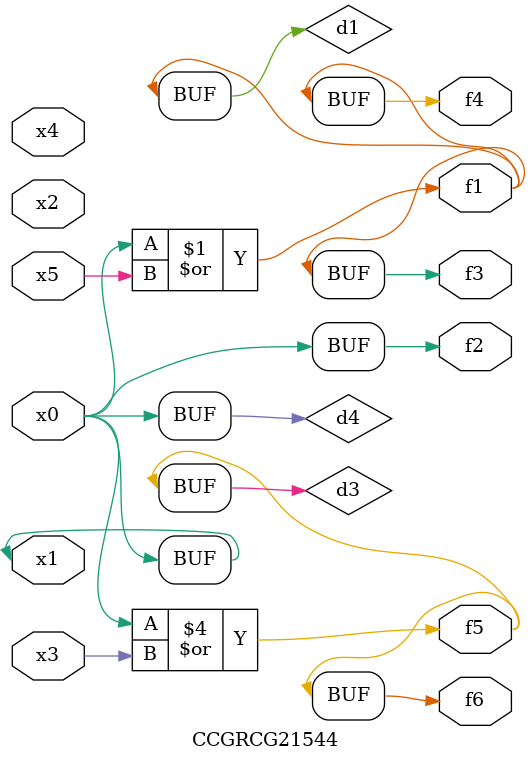
<source format=v>
module CCGRCG21544(
	input x0, x1, x2, x3, x4, x5,
	output f1, f2, f3, f4, f5, f6
);

	wire d1, d2, d3, d4;

	or (d1, x0, x5);
	xnor (d2, x1, x4);
	or (d3, x0, x3);
	buf (d4, x0, x1);
	assign f1 = d1;
	assign f2 = d4;
	assign f3 = d1;
	assign f4 = d1;
	assign f5 = d3;
	assign f6 = d3;
endmodule

</source>
